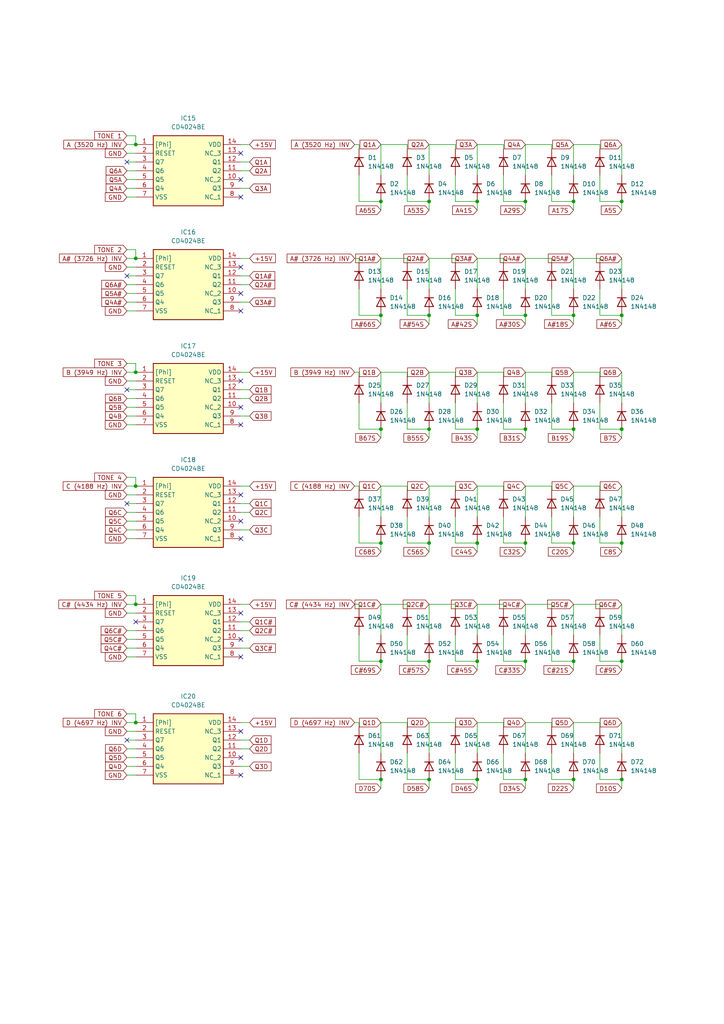
<source format=kicad_sch>
(kicad_sch (version 20230121) (generator eeschema)
  (paper "A4" portrait)
  (junction (at 152.4 226.06))
  (junction (at 39.37 140.97))
  (junction (at 180.34 226.06))
  (junction (at 138.43 226.06))
  (junction (at 166.37 124.46))
  (junction (at 180.34 157.48))
  (junction (at 166.37 58.42))
  (junction (at 124.46 191.77))
  (junction (at 110.49 191.77))
  (junction (at 124.46 124.46))
  (junction (at 138.43 91.44))
  (junction (at 180.34 91.44))
  (junction (at 138.43 58.42))
  (junction (at 138.43 191.77))
  (junction (at 124.46 58.42))
  (junction (at 39.37 74.93))
  (junction (at 180.34 58.42))
  (junction (at 180.34 191.77))
  (junction (at 166.37 91.44))
  (junction (at 124.46 157.48))
  (junction (at 124.46 226.06))
  (junction (at 166.37 226.06))
  (junction (at 110.49 91.44))
  (junction (at 39.37 107.95))
  (junction (at 110.49 124.46))
  (junction (at 110.49 226.06))
  (junction (at 152.4 191.77))
  (junction (at 39.37 209.55))
  (junction (at 152.4 91.44))
  (junction (at 110.49 58.42))
  (junction (at 110.49 157.48))
  (junction (at 152.4 58.42))
  (junction (at 180.34 124.46))
  (junction (at 166.37 191.77))
  (junction (at 39.37 41.91))
  (junction (at 166.37 157.48))
  (junction (at 152.4 157.48))
  (junction (at 138.43 157.48))
  (junction (at 138.43 124.46))
  (junction (at 124.46 91.44))
  (junction (at 152.4 124.46))
  (junction (at 39.37 175.26))
  (no_connect (at 69.85 110.49))
  (no_connect (at 36.83 214.63))
  (no_connect (at 69.85 177.8))
  (no_connect (at 69.85 118.11))
  (no_connect (at 69.85 52.07))
  (no_connect (at 69.85 151.13))
  (no_connect (at 69.85 57.15))
  (no_connect (at 69.85 90.17))
  (no_connect (at 36.83 80.01))
  (no_connect (at 36.83 46.99))
  (no_connect (at 69.85 85.09))
  (no_connect (at 69.85 212.09))
  (no_connect (at 69.85 44.45))
  (no_connect (at 39.37 180.34))
  (no_connect (at 36.83 146.05))
  (no_connect (at 36.83 113.03))
  (no_connect (at 69.85 185.42))
  (no_connect (at 69.85 156.21))
  (no_connect (at 69.85 219.71))
  (no_connect (at 69.85 143.51))
  (no_connect (at 69.85 224.79))
  (no_connect (at 69.85 190.5))
  (no_connect (at 69.85 77.47))
  (no_connect (at 69.85 123.19))
  (wire (pts (xy 146.05 218.44) (xy 146.05 226.06)))
  (wire (pts (xy 36.83 57.15) (xy 39.37 57.15)))
  (wire (pts (xy 160.02 91.44) (xy 166.37 91.44)))
  (wire (pts (xy 124.46 107.95) (xy 132.08 107.95)))
  (wire (pts (xy 110.49 74.93) (xy 118.11 74.93)))
  (wire (pts (xy 72.39 180.34) (xy 69.85 180.34)))
  (wire (pts (xy 36.83 175.26) (xy 39.37 175.26)))
  (wire (pts (xy 180.34 124.46) (xy 180.34 127)))
  (wire (pts (xy 166.37 226.06) (xy 166.37 228.6)))
  (wire (pts (xy 124.46 209.55) (xy 124.46 218.44)))
  (wire (pts (xy 36.83 105.41) (xy 39.37 105.41)))
  (wire (pts (xy 173.99 226.06) (xy 180.34 226.06)))
  (wire (pts (xy 166.37 175.26) (xy 173.99 175.26)))
  (wire (pts (xy 36.83 219.71) (xy 39.37 219.71)))
  (wire (pts (xy 36.83 82.55) (xy 39.37 82.55)))
  (wire (pts (xy 138.43 209.55) (xy 138.43 218.44)))
  (wire (pts (xy 132.08 91.44) (xy 138.43 91.44)))
  (wire (pts (xy 72.39 54.61) (xy 69.85 54.61)))
  (wire (pts (xy 36.83 209.55) (xy 39.37 209.55)))
  (wire (pts (xy 39.37 39.37) (xy 39.37 41.91)))
  (wire (pts (xy 36.83 118.11) (xy 39.37 118.11)))
  (wire (pts (xy 110.49 58.42) (xy 110.49 60.96)))
  (wire (pts (xy 173.99 140.97) (xy 173.99 142.24)))
  (wire (pts (xy 138.43 107.95) (xy 138.43 116.84)))
  (wire (pts (xy 72.39 74.93) (xy 69.85 74.93)))
  (wire (pts (xy 173.99 83.82) (xy 173.99 91.44)))
  (wire (pts (xy 180.34 140.97) (xy 180.34 149.86)))
  (wire (pts (xy 110.49 140.97) (xy 118.11 140.97)))
  (wire (pts (xy 180.34 41.91) (xy 180.34 50.8)))
  (wire (pts (xy 118.11 50.8) (xy 118.11 58.42)))
  (wire (pts (xy 146.05 41.91) (xy 146.05 43.18)))
  (wire (pts (xy 36.83 52.07) (xy 39.37 52.07)))
  (wire (pts (xy 166.37 157.48) (xy 166.37 160.02)))
  (wire (pts (xy 72.39 113.03) (xy 69.85 113.03)))
  (wire (pts (xy 160.02 124.46) (xy 166.37 124.46)))
  (wire (pts (xy 102.87 107.95) (xy 104.14 107.95)))
  (wire (pts (xy 132.08 83.82) (xy 132.08 91.44)))
  (wire (pts (xy 173.99 41.91) (xy 173.99 43.18)))
  (wire (pts (xy 118.11 91.44) (xy 124.46 91.44)))
  (wire (pts (xy 110.49 91.44) (xy 110.49 93.98)))
  (wire (pts (xy 173.99 91.44) (xy 180.34 91.44)))
  (wire (pts (xy 152.4 58.42) (xy 152.4 60.96)))
  (wire (pts (xy 132.08 50.8) (xy 132.08 58.42)))
  (wire (pts (xy 138.43 41.91) (xy 146.05 41.91)))
  (wire (pts (xy 72.39 187.96) (xy 69.85 187.96)))
  (wire (pts (xy 118.11 124.46) (xy 124.46 124.46)))
  (wire (pts (xy 72.39 217.17) (xy 69.85 217.17)))
  (wire (pts (xy 124.46 124.46) (xy 124.46 127)))
  (wire (pts (xy 180.34 107.95) (xy 180.34 116.84)))
  (wire (pts (xy 152.4 140.97) (xy 160.02 140.97)))
  (wire (pts (xy 124.46 209.55) (xy 132.08 209.55)))
  (wire (pts (xy 160.02 209.55) (xy 160.02 210.82)))
  (wire (pts (xy 166.37 41.91) (xy 166.37 50.8)))
  (wire (pts (xy 104.14 83.82) (xy 104.14 91.44)))
  (wire (pts (xy 104.14 209.55) (xy 104.14 210.82)))
  (wire (pts (xy 138.43 74.93) (xy 138.43 83.82)))
  (wire (pts (xy 39.37 172.72) (xy 39.37 175.26)))
  (wire (pts (xy 138.43 175.26) (xy 146.05 175.26)))
  (wire (pts (xy 132.08 226.06) (xy 138.43 226.06)))
  (wire (pts (xy 180.34 209.55) (xy 180.34 218.44)))
  (wire (pts (xy 132.08 41.91) (xy 132.08 43.18)))
  (wire (pts (xy 173.99 175.26) (xy 173.99 176.53)))
  (wire (pts (xy 132.08 74.93) (xy 132.08 76.2)))
  (wire (pts (xy 146.05 149.86) (xy 146.05 157.48)))
  (wire (pts (xy 132.08 218.44) (xy 132.08 226.06)))
  (wire (pts (xy 160.02 140.97) (xy 160.02 142.24)))
  (wire (pts (xy 124.46 157.48) (xy 124.46 160.02)))
  (wire (pts (xy 104.14 175.26) (xy 104.14 176.53)))
  (wire (pts (xy 152.4 157.48) (xy 152.4 160.02)))
  (wire (pts (xy 124.46 140.97) (xy 124.46 149.86)))
  (wire (pts (xy 36.83 74.93) (xy 39.37 74.93)))
  (wire (pts (xy 166.37 124.46) (xy 166.37 127)))
  (wire (pts (xy 146.05 83.82) (xy 146.05 91.44)))
  (wire (pts (xy 104.14 124.46) (xy 110.49 124.46)))
  (wire (pts (xy 138.43 191.77) (xy 138.43 194.31)))
  (wire (pts (xy 166.37 209.55) (xy 173.99 209.55)))
  (wire (pts (xy 102.87 209.55) (xy 104.14 209.55)))
  (wire (pts (xy 110.49 140.97) (xy 110.49 149.86)))
  (wire (pts (xy 166.37 74.93) (xy 173.99 74.93)))
  (wire (pts (xy 36.83 49.53) (xy 39.37 49.53)))
  (wire (pts (xy 104.14 184.15) (xy 104.14 191.77)))
  (wire (pts (xy 152.4 41.91) (xy 152.4 50.8)))
  (wire (pts (xy 160.02 83.82) (xy 160.02 91.44)))
  (wire (pts (xy 124.46 175.26) (xy 124.46 184.15)))
  (wire (pts (xy 118.11 218.44) (xy 118.11 226.06)))
  (wire (pts (xy 173.99 124.46) (xy 180.34 124.46)))
  (wire (pts (xy 118.11 41.91) (xy 118.11 43.18)))
  (wire (pts (xy 36.83 72.39) (xy 39.37 72.39)))
  (wire (pts (xy 146.05 175.26) (xy 146.05 176.53)))
  (wire (pts (xy 36.83 217.17) (xy 39.37 217.17)))
  (wire (pts (xy 104.14 157.48) (xy 110.49 157.48)))
  (wire (pts (xy 36.83 190.5) (xy 39.37 190.5)))
  (wire (pts (xy 180.34 175.26) (xy 180.34 184.15)))
  (wire (pts (xy 173.99 58.42) (xy 180.34 58.42)))
  (wire (pts (xy 72.39 209.55) (xy 69.85 209.55)))
  (wire (pts (xy 36.83 110.49) (xy 39.37 110.49)))
  (wire (pts (xy 72.39 222.25) (xy 69.85 222.25)))
  (wire (pts (xy 146.05 191.77) (xy 152.4 191.77)))
  (wire (pts (xy 152.4 41.91) (xy 160.02 41.91)))
  (wire (pts (xy 138.43 175.26) (xy 138.43 184.15)))
  (wire (pts (xy 36.83 214.63) (xy 39.37 214.63)))
  (wire (pts (xy 118.11 175.26) (xy 118.11 176.53)))
  (wire (pts (xy 118.11 140.97) (xy 118.11 142.24)))
  (wire (pts (xy 110.49 191.77) (xy 110.49 194.31)))
  (wire (pts (xy 72.39 87.63) (xy 69.85 87.63)))
  (wire (pts (xy 146.05 140.97) (xy 146.05 142.24)))
  (wire (pts (xy 132.08 140.97) (xy 132.08 142.24)))
  (wire (pts (xy 118.11 58.42) (xy 124.46 58.42)))
  (wire (pts (xy 36.83 172.72) (xy 39.37 172.72)))
  (wire (pts (xy 72.39 120.65) (xy 69.85 120.65)))
  (wire (pts (xy 36.83 207.01) (xy 39.37 207.01)))
  (wire (pts (xy 138.43 140.97) (xy 146.05 140.97)))
  (wire (pts (xy 36.83 148.59) (xy 39.37 148.59)))
  (wire (pts (xy 36.83 46.99) (xy 39.37 46.99)))
  (wire (pts (xy 36.83 113.03) (xy 39.37 113.03)))
  (wire (pts (xy 138.43 58.42) (xy 138.43 60.96)))
  (wire (pts (xy 118.11 191.77) (xy 124.46 191.77)))
  (wire (pts (xy 36.83 224.79) (xy 39.37 224.79)))
  (wire (pts (xy 72.39 140.97) (xy 69.85 140.97)))
  (wire (pts (xy 166.37 41.91) (xy 173.99 41.91)))
  (wire (pts (xy 160.02 50.8) (xy 160.02 58.42)))
  (wire (pts (xy 124.46 74.93) (xy 124.46 83.82)))
  (wire (pts (xy 180.34 157.48) (xy 180.34 160.02)))
  (wire (pts (xy 72.39 107.95) (xy 69.85 107.95)))
  (wire (pts (xy 166.37 107.95) (xy 173.99 107.95)))
  (wire (pts (xy 173.99 191.77) (xy 180.34 191.77)))
  (wire (pts (xy 160.02 107.95) (xy 160.02 109.22)))
  (wire (pts (xy 132.08 116.84) (xy 132.08 124.46)))
  (wire (pts (xy 118.11 184.15) (xy 118.11 191.77)))
  (wire (pts (xy 104.14 74.93) (xy 104.14 76.2)))
  (wire (pts (xy 166.37 91.44) (xy 166.37 93.98)))
  (wire (pts (xy 36.83 41.91) (xy 39.37 41.91)))
  (wire (pts (xy 36.83 44.45) (xy 39.37 44.45)))
  (wire (pts (xy 110.49 157.48) (xy 110.49 160.02)))
  (wire (pts (xy 146.05 58.42) (xy 152.4 58.42)))
  (wire (pts (xy 132.08 209.55) (xy 132.08 210.82)))
  (wire (pts (xy 146.05 226.06) (xy 152.4 226.06)))
  (wire (pts (xy 104.14 91.44) (xy 110.49 91.44)))
  (wire (pts (xy 138.43 41.91) (xy 138.43 50.8)))
  (wire (pts (xy 180.34 58.42) (xy 180.34 60.96)))
  (wire (pts (xy 36.83 107.95) (xy 39.37 107.95)))
  (wire (pts (xy 160.02 116.84) (xy 160.02 124.46)))
  (wire (pts (xy 146.05 107.95) (xy 146.05 109.22)))
  (wire (pts (xy 104.14 140.97) (xy 104.14 142.24)))
  (wire (pts (xy 36.83 222.25) (xy 39.37 222.25)))
  (wire (pts (xy 36.83 123.19) (xy 39.37 123.19)))
  (wire (pts (xy 146.05 157.48) (xy 152.4 157.48)))
  (wire (pts (xy 39.37 72.39) (xy 39.37 74.93)))
  (wire (pts (xy 102.87 41.91) (xy 104.14 41.91)))
  (wire (pts (xy 104.14 191.77) (xy 110.49 191.77)))
  (wire (pts (xy 152.4 191.77) (xy 152.4 194.31)))
  (wire (pts (xy 102.87 74.93) (xy 104.14 74.93)))
  (wire (pts (xy 110.49 41.91) (xy 118.11 41.91)))
  (wire (pts (xy 36.83 54.61) (xy 39.37 54.61)))
  (wire (pts (xy 72.39 175.26) (xy 69.85 175.26)))
  (wire (pts (xy 124.46 91.44) (xy 124.46 93.98)))
  (wire (pts (xy 118.11 83.82) (xy 118.11 91.44)))
  (wire (pts (xy 36.83 187.96) (xy 39.37 187.96)))
  (wire (pts (xy 152.4 226.06) (xy 152.4 228.6)))
  (wire (pts (xy 39.37 105.41) (xy 39.37 107.95)))
  (wire (pts (xy 72.39 82.55) (xy 69.85 82.55)))
  (wire (pts (xy 124.46 107.95) (xy 124.46 116.84)))
  (wire (pts (xy 138.43 91.44) (xy 138.43 93.98)))
  (wire (pts (xy 166.37 140.97) (xy 173.99 140.97)))
  (wire (pts (xy 152.4 107.95) (xy 152.4 116.84)))
  (wire (pts (xy 166.37 140.97) (xy 166.37 149.86)))
  (wire (pts (xy 152.4 74.93) (xy 160.02 74.93)))
  (wire (pts (xy 72.39 80.01) (xy 69.85 80.01)))
  (wire (pts (xy 36.83 138.43) (xy 39.37 138.43)))
  (wire (pts (xy 39.37 138.43) (xy 39.37 140.97)))
  (wire (pts (xy 118.11 226.06) (xy 124.46 226.06)))
  (wire (pts (xy 36.83 87.63) (xy 39.37 87.63)))
  (wire (pts (xy 138.43 107.95) (xy 146.05 107.95)))
  (wire (pts (xy 173.99 50.8) (xy 173.99 58.42)))
  (wire (pts (xy 118.11 149.86) (xy 118.11 157.48)))
  (wire (pts (xy 132.08 191.77) (xy 138.43 191.77)))
  (wire (pts (xy 152.4 175.26) (xy 152.4 184.15)))
  (wire (pts (xy 132.08 184.15) (xy 132.08 191.77)))
  (wire (pts (xy 104.14 107.95) (xy 104.14 109.22)))
  (wire (pts (xy 152.4 140.97) (xy 152.4 149.86)))
  (wire (pts (xy 132.08 175.26) (xy 132.08 176.53)))
  (wire (pts (xy 132.08 124.46) (xy 138.43 124.46)))
  (wire (pts (xy 36.83 156.21) (xy 39.37 156.21)))
  (wire (pts (xy 124.46 175.26) (xy 132.08 175.26)))
  (wire (pts (xy 166.37 107.95) (xy 166.37 116.84)))
  (wire (pts (xy 166.37 175.26) (xy 166.37 184.15)))
  (wire (pts (xy 36.83 146.05) (xy 39.37 146.05)))
  (wire (pts (xy 110.49 107.95) (xy 110.49 116.84)))
  (wire (pts (xy 132.08 157.48) (xy 138.43 157.48)))
  (wire (pts (xy 36.83 153.67) (xy 39.37 153.67)))
  (wire (pts (xy 152.4 209.55) (xy 152.4 218.44)))
  (wire (pts (xy 110.49 107.95) (xy 118.11 107.95)))
  (wire (pts (xy 36.83 80.01) (xy 39.37 80.01)))
  (wire (pts (xy 152.4 91.44) (xy 152.4 93.98)))
  (wire (pts (xy 132.08 149.86) (xy 132.08 157.48)))
  (wire (pts (xy 138.43 226.06) (xy 138.43 228.6)))
  (wire (pts (xy 118.11 157.48) (xy 124.46 157.48)))
  (wire (pts (xy 124.46 226.06) (xy 124.46 228.6)))
  (wire (pts (xy 72.39 182.88) (xy 69.85 182.88)))
  (wire (pts (xy 104.14 226.06) (xy 110.49 226.06)))
  (wire (pts (xy 36.83 39.37) (xy 39.37 39.37)))
  (wire (pts (xy 72.39 148.59) (xy 69.85 148.59)))
  (wire (pts (xy 152.4 175.26) (xy 160.02 175.26)))
  (wire (pts (xy 138.43 209.55) (xy 146.05 209.55)))
  (wire (pts (xy 180.34 226.06) (xy 180.34 228.6)))
  (wire (pts (xy 36.83 90.17) (xy 39.37 90.17)))
  (wire (pts (xy 102.87 140.97) (xy 104.14 140.97)))
  (wire (pts (xy 146.05 91.44) (xy 152.4 91.44)))
  (wire (pts (xy 36.83 185.42) (xy 39.37 185.42)))
  (wire (pts (xy 110.49 175.26) (xy 118.11 175.26)))
  (wire (pts (xy 173.99 149.86) (xy 173.99 157.48)))
  (wire (pts (xy 104.14 116.84) (xy 104.14 124.46)))
  (wire (pts (xy 138.43 74.93) (xy 146.05 74.93)))
  (wire (pts (xy 72.39 115.57) (xy 69.85 115.57)))
  (wire (pts (xy 152.4 124.46) (xy 152.4 127)))
  (wire (pts (xy 104.14 149.86) (xy 104.14 157.48)))
  (wire (pts (xy 132.08 107.95) (xy 132.08 109.22)))
  (wire (pts (xy 180.34 91.44) (xy 180.34 93.98)))
  (wire (pts (xy 138.43 157.48) (xy 138.43 160.02)))
  (wire (pts (xy 146.05 184.15) (xy 146.05 191.77)))
  (wire (pts (xy 146.05 50.8) (xy 146.05 58.42)))
  (wire (pts (xy 118.11 209.55) (xy 118.11 210.82)))
  (wire (pts (xy 138.43 140.97) (xy 138.43 149.86)))
  (wire (pts (xy 36.83 177.8) (xy 39.37 177.8)))
  (wire (pts (xy 173.99 218.44) (xy 173.99 226.06)))
  (wire (pts (xy 72.39 46.99) (xy 69.85 46.99)))
  (wire (pts (xy 118.11 116.84) (xy 118.11 124.46)))
  (wire (pts (xy 166.37 58.42) (xy 166.37 60.96)))
  (wire (pts (xy 124.46 191.77) (xy 124.46 194.31)))
  (wire (pts (xy 110.49 41.91) (xy 110.49 50.8)))
  (wire (pts (xy 36.83 140.97) (xy 39.37 140.97)))
  (wire (pts (xy 36.83 143.51) (xy 39.37 143.51)))
  (wire (pts (xy 36.83 120.65) (xy 39.37 120.65)))
  (wire (pts (xy 146.05 209.55) (xy 146.05 210.82)))
  (wire (pts (xy 138.43 124.46) (xy 138.43 127)))
  (wire (pts (xy 146.05 124.46) (xy 152.4 124.46)))
  (wire (pts (xy 110.49 175.26) (xy 110.49 184.15)))
  (wire (pts (xy 39.37 207.01) (xy 39.37 209.55)))
  (wire (pts (xy 36.83 115.57) (xy 39.37 115.57)))
  (wire (pts (xy 160.02 184.15) (xy 160.02 191.77)))
  (wire (pts (xy 72.39 153.67) (xy 69.85 153.67)))
  (wire (pts (xy 173.99 107.95) (xy 173.99 109.22)))
  (wire (pts (xy 160.02 157.48) (xy 166.37 157.48)))
  (wire (pts (xy 36.83 77.47) (xy 39.37 77.47)))
  (wire (pts (xy 124.46 41.91) (xy 124.46 50.8)))
  (wire (pts (xy 160.02 175.26) (xy 160.02 176.53)))
  (wire (pts (xy 146.05 116.84) (xy 146.05 124.46)))
  (wire (pts (xy 173.99 184.15) (xy 173.99 191.77)))
  (wire (pts (xy 110.49 74.93) (xy 110.49 83.82)))
  (wire (pts (xy 110.49 209.55) (xy 110.49 218.44)))
  (wire (pts (xy 152.4 107.95) (xy 160.02 107.95)))
  (wire (pts (xy 104.14 50.8) (xy 104.14 58.42)))
  (wire (pts (xy 72.39 49.53) (xy 69.85 49.53)))
  (wire (pts (xy 72.39 146.05) (xy 69.85 146.05)))
  (wire (pts (xy 110.49 124.46) (xy 110.49 127)))
  (wire (pts (xy 124.46 58.42) (xy 124.46 60.96)))
  (wire (pts (xy 160.02 149.86) (xy 160.02 157.48)))
  (wire (pts (xy 173.99 157.48) (xy 180.34 157.48)))
  (wire (pts (xy 160.02 74.93) (xy 160.02 76.2)))
  (wire (pts (xy 124.46 140.97) (xy 132.08 140.97)))
  (wire (pts (xy 36.83 212.09) (xy 39.37 212.09)))
  (wire (pts (xy 160.02 226.06) (xy 166.37 226.06)))
  (wire (pts (xy 132.08 58.42) (xy 138.43 58.42)))
  (wire (pts (xy 118.11 107.95) (xy 118.11 109.22)))
  (wire (pts (xy 110.49 209.55) (xy 118.11 209.55)))
  (wire (pts (xy 104.14 58.42) (xy 110.49 58.42)))
  (wire (pts (xy 166.37 191.77) (xy 166.37 194.31)))
  (wire (pts (xy 152.4 74.93) (xy 152.4 83.82)))
  (wire (pts (xy 124.46 74.93) (xy 132.08 74.93)))
  (wire (pts (xy 180.34 191.77) (xy 180.34 194.31)))
  (wire (pts (xy 173.99 74.93) (xy 173.99 76.2)))
  (wire (pts (xy 166.37 74.93) (xy 166.37 83.82)))
  (wire (pts (xy 160.02 218.44) (xy 160.02 226.06)))
  (wire (pts (xy 160.02 191.77) (xy 166.37 191.77)))
  (wire (pts (xy 110.49 226.06) (xy 110.49 228.6)))
  (wire (pts (xy 118.11 74.93) (xy 118.11 76.2)))
  (wire (pts (xy 146.05 74.93) (xy 146.05 76.2)))
  (wire (pts (xy 72.39 41.91) (xy 69.85 41.91)))
  (wire (pts (xy 72.39 214.63) (xy 69.85 214.63)))
  (wire (pts (xy 102.87 175.26) (xy 104.14 175.26)))
  (wire (pts (xy 160.02 58.42) (xy 166.37 58.42)))
  (wire (pts (xy 173.99 116.84) (xy 173.99 124.46)))
  (wire (pts (xy 166.37 209.55) (xy 166.37 218.44)))
  (wire (pts (xy 124.46 41.91) (xy 132.08 41.91)))
  (wire (pts (xy 104.14 41.91) (xy 104.14 43.18)))
  (wire (pts (xy 36.83 85.09) (xy 39.37 85.09)))
  (wire (pts (xy 36.83 151.13) (xy 39.37 151.13)))
  (wire (pts (xy 160.02 41.91) (xy 160.02 43.18)))
  (wire (pts (xy 36.83 182.88) (xy 39.37 182.88)))
  (wire (pts (xy 180.34 74.93) (xy 180.34 83.82)))
  (wire (pts (xy 104.14 218.44) (xy 104.14 226.06)))
  (wire (pts (xy 173.99 209.55) (xy 173.99 210.82)))
  (wire (pts (xy 152.4 209.55) (xy 160.02 209.55)))
  (global_label "Q1D" (shape input) (at 110.49 209.55 180) (property "Intersheetrefs" "${INTERSHEET_REFS}" (effects hide)))
  (global_label "+15V" (shape input) (at 72.39 107.95 0) (property "Intersheetrefs" "${INTERSHEET_REFS}" (effects hide)))
  (global_label "Q2C" (shape input) (at 72.39 148.59 0) (property "Intersheetrefs" "${INTERSHEET_REFS}" (effects hide)))
  (global_label "Q1A#" (shape input) (at 72.39 80.01 0) (property "Intersheetrefs" "${INTERSHEET_REFS}" (effects hide)))
  (global_label "Q1A" (shape input) (at 72.39 46.99 0) (property "Intersheetrefs" "${INTERSHEET_REFS}" (effects hide)))
  (global_label "C (4188 Hz) INV" (shape input) (at 102.87 140.97 180) (property "Intersheetrefs" "${INTERSHEET_REFS}" (effects hide)))
  (global_label "Q2D" (shape input) (at 72.39 217.17 0) (property "Intersheetrefs" "${INTERSHEET_REFS}" (effects hide)))
  (global_label "B31S" (shape input) (at 152.4 127 180) (property "Intersheetrefs" "${INTERSHEET_REFS}" (effects hide)))
  (global_label "Q2C#" (shape input) (at 124.46 175.26 180) (property "Intersheetrefs" "${INTERSHEET_REFS}" (effects hide)))
  (global_label "Q1B" (shape input) (at 72.39 113.03 0) (property "Intersheetrefs" "${INTERSHEET_REFS}" (effects hide)))
  (global_label "Q5A#" (shape input) (at 166.37 74.93 180) (property "Intersheetrefs" "${INTERSHEET_REFS}" (effects hide)))
  (global_label "Q6A" (shape input) (at 180.34 41.91 180) (property "Intersheetrefs" "${INTERSHEET_REFS}" (effects hide)))
  (global_label "Q3B" (shape input) (at 72.39 120.65 0) (property "Intersheetrefs" "${INTERSHEET_REFS}" (effects hide)))
  (global_label "C#45S" (shape input) (at 138.43 194.31 180) (property "Intersheetrefs" "${INTERSHEET_REFS}" (effects hide)))
  (global_label "Q5D" (shape input) (at 36.83 219.71 180) (property "Intersheetrefs" "${INTERSHEET_REFS}" (effects hide)))
  (global_label "Q4B" (shape input) (at 36.83 120.65 180) (property "Intersheetrefs" "${INTERSHEET_REFS}" (effects hide)))
  (global_label "GND" (shape input) (at 36.83 177.8 180) (property "Intersheetrefs" "${INTERSHEET_REFS}" (effects hide)))
  (global_label "Q4A#" (shape input) (at 152.4 74.93 180) (property "Intersheetrefs" "${INTERSHEET_REFS}" (effects hide)))
  (global_label "C44S" (shape input) (at 138.43 160.02 180) (property "Intersheetrefs" "${INTERSHEET_REFS}" (effects hide)))
  (global_label "Q3C#" (shape input) (at 72.39 187.96 0) (property "Intersheetrefs" "${INTERSHEET_REFS}" (effects hide)))
  (global_label "Q5C#" (shape input) (at 166.37 175.26 180) (property "Intersheetrefs" "${INTERSHEET_REFS}" (effects hide)))
  (global_label "Q1C" (shape input) (at 110.49 140.97 180) (property "Intersheetrefs" "${INTERSHEET_REFS}" (effects hide)))
  (global_label "D46S" (shape input) (at 138.43 228.6 180) (property "Intersheetrefs" "${INTERSHEET_REFS}" (effects hide)))
  (global_label "D (4697 Hz) INV" (shape input) (at 36.83 209.55 180) (property "Intersheetrefs" "${INTERSHEET_REFS}" (effects hide)))
  (global_label "Q2B" (shape input) (at 72.39 115.57 0) (property "Intersheetrefs" "${INTERSHEET_REFS}" (effects hide)))
  (global_label "Q1C" (shape input) (at 72.39 146.05 0) (property "Intersheetrefs" "${INTERSHEET_REFS}" (effects hide)))
  (global_label "C#9S" (shape input) (at 180.34 194.31 180) (property "Intersheetrefs" "${INTERSHEET_REFS}" (effects hide)))
  (global_label "GND" (shape input) (at 36.83 57.15 180) (property "Intersheetrefs" "${INTERSHEET_REFS}" (effects hide)))
  (global_label "Q6A#" (shape input) (at 180.34 74.93 180) (property "Intersheetrefs" "${INTERSHEET_REFS}" (effects hide)))
  (global_label "TONE 2" (shape input) (at 36.83 72.39 180) (property "Intersheetrefs" "${INTERSHEET_REFS}" (effects hide)))
  (global_label "+15V" (shape input) (at 72.39 41.91 0) (property "Intersheetrefs" "${INTERSHEET_REFS}" (effects hide)))
  (global_label "A (3520 Hz) INV" (shape input) (at 102.87 41.91 180) (property "Intersheetrefs" "${INTERSHEET_REFS}" (effects hide)))
  (global_label "C56S" (shape input) (at 124.46 160.02 180) (property "Intersheetrefs" "${INTERSHEET_REFS}" (effects hide)))
  (global_label "Q4B" (shape input) (at 152.4 107.95 180) (property "Intersheetrefs" "${INTERSHEET_REFS}" (effects hide)))
  (global_label "TONE 3" (shape input) (at 36.83 105.41 180) (property "Intersheetrefs" "${INTERSHEET_REFS}" (effects hide)))
  (global_label "Q3C" (shape input) (at 138.43 140.97 180) (property "Intersheetrefs" "${INTERSHEET_REFS}" (effects hide)))
  (global_label "Q3C#" (shape input) (at 138.43 175.26 180) (property "Intersheetrefs" "${INTERSHEET_REFS}" (effects hide)))
  (global_label "C#69S" (shape input) (at 110.49 194.31 180) (property "Intersheetrefs" "${INTERSHEET_REFS}" (effects hide)))
  (global_label "GND" (shape input) (at 36.83 77.47 180) (property "Intersheetrefs" "${INTERSHEET_REFS}" (effects hide)))
  (global_label "A#6S" (shape input) (at 180.34 93.98 180) (property "Intersheetrefs" "${INTERSHEET_REFS}" (effects hide)))
  (global_label "D58S" (shape input) (at 124.46 228.6 180) (property "Intersheetrefs" "${INTERSHEET_REFS}" (effects hide)))
  (global_label "Q3A" (shape input) (at 138.43 41.91 180) (property "Intersheetrefs" "${INTERSHEET_REFS}" (effects hide)))
  (global_label "Q2A" (shape input) (at 72.39 49.53 0) (property "Intersheetrefs" "${INTERSHEET_REFS}" (effects hide)))
  (global_label "GND" (shape input) (at 36.83 156.21 180) (property "Intersheetrefs" "${INTERSHEET_REFS}" (effects hide)))
  (global_label "Q3D" (shape input) (at 138.43 209.55 180) (property "Intersheetrefs" "${INTERSHEET_REFS}" (effects hide)))
  (global_label "TONE 1" (shape input) (at 36.83 39.37 180) (property "Intersheetrefs" "${INTERSHEET_REFS}" (effects hide)))
  (global_label "C#57S" (shape input) (at 124.46 194.31 180) (property "Intersheetrefs" "${INTERSHEET_REFS}" (effects hide)))
  (global_label "Q5B" (shape input) (at 166.37 107.95 180) (property "Intersheetrefs" "${INTERSHEET_REFS}" (effects hide)))
  (global_label "Q6A" (shape input) (at 36.83 49.53 180) (property "Intersheetrefs" "${INTERSHEET_REFS}" (effects hide)))
  (global_label "A#66S" (shape input) (at 110.49 93.98 180) (property "Intersheetrefs" "${INTERSHEET_REFS}" (effects hide)))
  (global_label "Q6C" (shape input) (at 180.34 140.97 180) (property "Intersheetrefs" "${INTERSHEET_REFS}" (effects hide)))
  (global_label "Q5A" (shape input) (at 36.83 52.07 180) (property "Intersheetrefs" "${INTERSHEET_REFS}" (effects hide)))
  (global_label "Q1A" (shape input) (at 110.49 41.91 180) (property "Intersheetrefs" "${INTERSHEET_REFS}" (effects hide)))
  (global_label "Q3A#" (shape input) (at 72.39 87.63 0) (property "Intersheetrefs" "${INTERSHEET_REFS}" (effects hide)))
  (global_label "B19S" (shape input) (at 166.37 127 180) (property "Intersheetrefs" "${INTERSHEET_REFS}" (effects hide)))
  (global_label "Q2B" (shape input) (at 124.46 107.95 180) (property "Intersheetrefs" "${INTERSHEET_REFS}" (effects hide)))
  (global_label "B55S" (shape input) (at 124.46 127 180) (property "Intersheetrefs" "${INTERSHEET_REFS}" (effects hide)))
  (global_label "Q2C" (shape input) (at 124.46 140.97 180) (property "Intersheetrefs" "${INTERSHEET_REFS}" (effects hide)))
  (global_label "A# (3726 Hz) INV" (shape input) (at 102.87 74.93 180) (property "Intersheetrefs" "${INTERSHEET_REFS}" (effects hide)))
  (global_label "C68S" (shape input) (at 110.49 160.02 180) (property "Intersheetrefs" "${INTERSHEET_REFS}" (effects hide)))
  (global_label "Q6C#" (shape input) (at 180.34 175.26 180) (property "Intersheetrefs" "${INTERSHEET_REFS}" (effects hide)))
  (global_label "A29S" (shape input) (at 152.4 60.96 180) (property "Intersheetrefs" "${INTERSHEET_REFS}" (effects hide)))
  (global_label "Q3D" (shape input) (at 72.39 222.25 0) (property "Intersheetrefs" "${INTERSHEET_REFS}" (effects hide)))
  (global_label "Q6A#" (shape input) (at 36.83 82.55 180) (property "Intersheetrefs" "${INTERSHEET_REFS}" (effects hide)))
  (global_label "TONE 5" (shape input) (at 36.83 172.72 180) (property "Intersheetrefs" "${INTERSHEET_REFS}" (effects hide)))
  (global_label "Q2D" (shape input) (at 124.46 209.55 180) (property "Intersheetrefs" "${INTERSHEET_REFS}" (effects hide)))
  (global_label "Q4C#" (shape input) (at 152.4 175.26 180) (property "Intersheetrefs" "${INTERSHEET_REFS}" (effects hide)))
  (global_label "Q6C" (shape input) (at 36.83 148.59 180) (property "Intersheetrefs" "${INTERSHEET_REFS}" (effects hide)))
  (global_label "Q6D" (shape input) (at 36.83 217.17 180) (property "Intersheetrefs" "${INTERSHEET_REFS}" (effects hide)))
  (global_label "D (4697 Hz) INV" (shape input) (at 102.87 209.55 180) (property "Intersheetrefs" "${INTERSHEET_REFS}" (effects hide)))
  (global_label "Q6B" (shape input) (at 180.34 107.95 180) (property "Intersheetrefs" "${INTERSHEET_REFS}" (effects hide)))
  (global_label "C# (4434 Hz) INV" (shape input) (at 36.83 175.26 180) (property "Intersheetrefs" "${INTERSHEET_REFS}" (effects hide)))
  (global_label "A41S" (shape input) (at 138.43 60.96 180) (property "Intersheetrefs" "${INTERSHEET_REFS}" (effects hide)))
  (global_label "GND" (shape input) (at 36.83 190.5 180) (property "Intersheetrefs" "${INTERSHEET_REFS}" (effects hide)))
  (global_label "A#54S" (shape input) (at 124.46 93.98 180) (property "Intersheetrefs" "${INTERSHEET_REFS}" (effects hide)))
  (global_label "Q4C" (shape input) (at 36.83 153.67 180) (property "Intersheetrefs" "${INTERSHEET_REFS}" (effects hide)))
  (global_label "Q5C#" (shape input) (at 36.83 185.42 180) (property "Intersheetrefs" "${INTERSHEET_REFS}" (effects hide)))
  (global_label "Q6C#" (shape input) (at 36.83 182.88 180) (property "Intersheetrefs" "${INTERSHEET_REFS}" (effects hide)))
  (global_label "A#18S" (shape input) (at 166.37 93.98 180) (property "Intersheetrefs" "${INTERSHEET_REFS}" (effects hide)))
  (global_label "+15V" (shape input) (at 72.39 74.93 0) (property "Intersheetrefs" "${INTERSHEET_REFS}" (effects hide)))
  (global_label "A# (3726 Hz) INV" (shape input) (at 36.83 74.93 180) (property "Intersheetrefs" "${INTERSHEET_REFS}" (effects hide)))
  (global_label "Q1C#" (shape input) (at 72.39 180.34 0) (property "Intersheetrefs" "${INTERSHEET_REFS}" (effects hide)))
  (global_label "Q6D" (shape input) (at 180.34 209.55 180) (property "Intersheetrefs" "${INTERSHEET_REFS}" (effects hide)))
  (global_label "B7S" (shape input) (at 180.34 127 180) (property "Intersheetrefs" "${INTERSHEET_REFS}" (effects hide)))
  (global_label "Q5B" (shape input) (at 36.83 118.11 180) (property "Intersheetrefs" "${INTERSHEET_REFS}" (effects hide)))
  (global_label "Q4D" (shape input) (at 152.4 209.55 180) (property "Intersheetrefs" "${INTERSHEET_REFS}" (effects hide)))
  (global_label "Q5A#" (shape input) (at 36.83 85.09 180) (property "Intersheetrefs" "${INTERSHEET_REFS}" (effects hide)))
  (global_label "Q1D" (shape input) (at 72.39 214.63 0) (property "Intersheetrefs" "${INTERSHEET_REFS}" (effects hide)))
  (global_label "Q5C" (shape input) (at 166.37 140.97 180) (property "Intersheetrefs" "${INTERSHEET_REFS}" (effects hide)))
  (global_label "C#21S" (shape input) (at 166.37 194.31 180) (property "Intersheetrefs" "${INTERSHEET_REFS}" (effects hide)))
  (global_label "C# (4434 Hz) INV" (shape input) (at 102.87 175.26 180) (property "Intersheetrefs" "${INTERSHEET_REFS}" (effects hide)))
  (global_label "+15V" (shape input) (at 72.39 140.97 0) (property "Intersheetrefs" "${INTERSHEET_REFS}" (effects hide)))
  (global_label "Q1C#" (shape input) (at 110.49 175.26 180) (property "Intersheetrefs" "${INTERSHEET_REFS}" (effects hide)))
  (global_label "A53S" (shape input) (at 124.46 60.96 180) (property "Intersheetrefs" "${INTERSHEET_REFS}" (effects hide)))
  (global_label "Q5C" (shape input) (at 36.83 151.13 180) (property "Intersheetrefs" "${INTERSHEET_REFS}" (effects hide)))
  (global_label "A#30S" (shape input) (at 152.4 93.98 180) (property "Intersheetrefs" "${INTERSHEET_REFS}" (effects hide)))
  (global_label "B43S" (shape input) (at 138.43 127 180) (property "Intersheetrefs" "${INTERSHEET_REFS}" (effects hide)))
  (global_label "Q5A" (shape input) (at 166.37 41.91 180) (property "Intersheetrefs" "${INTERSHEET_REFS}" (effects hide)))
  (global_label "Q3B" (shape input) (at 138.43 107.95 180) (property "Intersheetrefs" "${INTERSHEET_REFS}" (effects hide)))
  (global_label "A17S" (shape input) (at 166.37 60.96 180) (property "Intersheetrefs" "${INTERSHEET_REFS}" (effects hide)))
  (global_label "GND" (shape input) (at 36.83 90.17 180) (property "Intersheetrefs" "${INTERSHEET_REFS}" (effects hide)))
  (global_label "GND" (shape input) (at 36.83 224.79 180) (property "Intersheetrefs" "${INTERSHEET_REFS}" (effects hide)))
  (global_label "+15V" (shape input) (at 72.39 209.55 0) (property "Intersheetrefs" "${INTERSHEET_REFS}" (effects hide)))
  (global_label "Q4D" (shape input) (at 36.83 222.25 180) (property "Intersheetrefs" "${INTERSHEET_REFS}" (effects hide)))
  (global_label "Q2A" (shape input) (at 124.46 41.91 180) (property "Intersheetrefs" "${INTERSHEET_REFS}" (effects hide)))
  (global_label "GND" (shape input) (at 36.83 143.51 180) (property "Intersheetrefs" "${INTERSHEET_REFS}" (effects hide)))
  (global_label "B (3949 Hz) INV" (shape input) (at 36.83 107.95 180) (property "Intersheetrefs" "${INTERSHEET_REFS}" (effects hide)))
  (global_label "Q3A" (shape input) (at 72.39 54.61 0) (property "Intersheetrefs" "${INTERSHEET_REFS}" (effects hide)))
  (global_label "A#42S" (shape input) (at 138.43 93.98 180) (property "Intersheetrefs" "${INTERSHEET_REFS}" (effects hide)))
  (global_label "C#33S" (shape input) (at 152.4 194.31 180) (property "Intersheetrefs" "${INTERSHEET_REFS}" (effects hide)))
  (global_label "D10S" (shape input) (at 180.34 228.6 180) (property "Intersheetrefs" "${INTERSHEET_REFS}" (effects hide)))
  (global_label "Q4C" (shape input) (at 152.4 140.97 180) (property "Intersheetrefs" "${INTERSHEET_REFS}" (effects hide)))
  (global_label "Q2C#" (shape input) (at 72.39 182.88 0) (property "Intersheetrefs" "${INTERSHEET_REFS}" (effects hide)))
  (global_label "Q1A#" (shape input) (at 110.49 74.93 180) (property "Intersheetrefs" "${INTERSHEET_REFS}" (effects hide)))
  (global_label "GND" (shape input) (at 36.83 110.49 180) (property "Intersheetrefs" "${INTERSHEET_REFS}" (effects hide)))
  (global_label "TONE 6" (shape input) (at 36.83 207.01 180) (property "Intersheetrefs" "${INTERSHEET_REFS}" (effects hide)))
  (global_label "Q3A#" (shape input) (at 138.43 74.93 180) (property "Intersheetrefs" "${INTERSHEET_REFS}" (effects hide)))
  (global_label "Q2A#" (shape input) (at 124.46 74.93 180) (property "Intersheetrefs" "${INTERSHEET_REFS}" (effects hide)))
  (global_label "B (3949 Hz) INV" (shape input) (at 102.87 107.95 180) (property "Intersheetrefs" "${INTERSHEET_REFS}" (effects hide)))
  (global_label "C (4188 Hz) INV" (shape input) (at 36.83 140.97 180) (property "Intersheetrefs" "${INTERSHEET_REFS}" (effects hide)))
  (global_label "Q4A" (shape input) (at 152.4 41.91 180) (property "Intersheetrefs" "${INTERSHEET_REFS}" (effects hide)))
  (global_label "D22S" (shape input) (at 166.37 228.6 180) (property "Intersheetrefs" "${INTERSHEET_REFS}" (effects hide)))
  (global_label "GND" (shape input) (at 36.83 44.45 180) (property "Intersheetrefs" "${INTERSHEET_REFS}" (effects hide)))
  (global_label "Q4A" (shape input) (at 36.83 54.61 180) (property "Intersheetrefs" "${INTERSHEET_REFS}" (effects hide)))
  (global_label "Q4A#" (shape input) (at 36.83 87.63 180) (property "Intersheetrefs" "${INTERSHEET_REFS}" (effects hide)))
  (global_label "GND" (shape input) (at 36.83 123.19 180) (property "Intersheetrefs" "${INTERSHEET_REFS}" (effects hide)))
  (global_label "B67S" (shape input) (at 110.49 127 180) (property "Intersheetrefs" "${INTERSHEET_REFS}" (effects hide)))
  (global_label "C20S" (shape input) (at 166.37 160.02 180) (property "Intersheetrefs" "${INTERSHEET_REFS}" (effects hide)))
  (global_label "A65S" (shape input) (at 110.49 60.96 180) (property "Intersheetrefs" "${INTERSHEET_REFS}" (effects hide)))
  (global_label "C8S" (shape input) (at 180.34 160.02 180) (property "Intersheetrefs" "${INTERSHEET_REFS}" (effects hide)))
  (global_label "Q3C" (shape input) (at 72.39 153.67 0) (property "Intersheetrefs" "${INTERSHEET_REFS}" (effects hide)))
  (global_label "GND" (shape input) (at 36.83 212.09 180) (property "Intersheetrefs" "${INTERSHEET_REFS}" (effects hide)))
  (global_label "D70S" (shape input) (at 110.49 228.6 180) (property "Intersheetrefs" "${INTERSHEET_REFS}" (effects hide)))
  (global_label "Q6B" (shape input) (at 36.83 115.57 180) (property "Intersheetrefs" "${INTERSHEET_REFS}" (effects hide)))
  (global_label "Q1B" (shape input) (at 110.49 107.95 180) (property "Intersheetrefs" "${INTERSHEET_REFS}" (effects hide)))
  (global_label "C32S" (shape input) (at 152.4 160.02 180) (property "Intersheetrefs" "${INTERSHEET_REFS}" (effects hide)))
  (global_label "Q4C#" (shape input) (at 36.83 187.96 180) (property "Intersheetrefs" "${INTERSHEET_REFS}" (effects hide)))
  (global_label "Q2A#" (shape input) (at 72.39 82.55 0) (property "Intersheetrefs" "${INTERSHEET_REFS}" (effects hide)))
  (global_label "TONE 4" (shape input) (at 36.83 138.43 180) (property "Intersheetrefs" "${INTERSHEET_REFS}" (effects hide)))
  (global_label "D34S" (shape input) (at 152.4 228.6 180) (property "Intersheetrefs" "${INTERSHEET_REFS}" (effects hide)))
  (global_label "+15V" (shape input) (at 72.39 175.26 0) (property "Intersheetrefs" "${INTERSHEET_REFS}" (effects hide)))
  (global_label "A (3520 Hz) INV" (shape input) (at 36.83 41.91 180) (property "Intersheetrefs" "${INTERSHEET_REFS}" (effects hide)))
  (global_label "Q5D" (shape input) (at 166.37 209.55 180) (property "Intersheetrefs" "${INTERSHEET_REFS}" (effects hide)))
  (global_label "A5S" (shape input) (at 180.34 60.96 180) (property "Intersheetrefs" "${INTERSHEET_REFS}" (effects hide)))
  (symbol (lib_id "Diode:1N4148") (at 138.43 222.25 270) (unit 1)
    (property "Reference" "D66" (at 140.97 220.98 90) (effects (justify left)))
    (property "Value" "1N4148" (at 140.97 223.52 90) (effects (justify left)))
    (property "Footprint" "Diode_THT:D_DO-35_SOD27_P7.62mm_Horizontal" (effects hide))
    (property "Datasheet" "https://assets.nexperia.com/documents/data-sheet/1N4148_1N4448.pdf" (effects hide))
    (property "Sim.Device" "D" (effects hide))
    (property "Sim.Pins" "1=K 2=A" (effects hide))
  )
  (symbol (lib_id "Diode:1N4148") (at 118.11 46.99 270) (unit 1)
    (property "Reference" "D3" (at 120.65 45.72 90) (effects (justify left)))
    (property "Value" "1N4148" (at 120.65 48.26 90) (effects (justify left)))
    (property "Footprint" "Diode_THT:D_DO-35_SOD27_P7.62mm_Horizontal" (effects hide))
    (property "Datasheet" "https://assets.nexperia.com/documents/data-sheet/1N4148_1N4448.pdf" (effects hide))
    (property "Sim.Device" "D" (effects hide))
    (property "Sim.Pins" "1=K 2=A" (effects hide))
  )
  (symbol (lib_id "Diode:1N4148") (at 118.11 180.34 270) (unit 1)
    (property "Reference" "D51" (at 120.65 179.07 90) (effects (justify left)))
    (property "Value" "1N4148" (at 120.65 181.61 90) (effects (justify left)))
    (property "Footprint" "Diode_THT:D_DO-35_SOD27_P7.62mm_Horizontal" (effects hide))
    (property "Datasheet" "https://assets.nexperia.com/documents/data-sheet/1N4148_1N4448.pdf" (effects hide))
    (property "Sim.Device" "D" (effects hide))
    (property "Sim.Pins" "1=K 2=A" (effects hide))
  )
  (symbol (lib_id "Diode:1N4148") (at 146.05 80.01 270) (unit 1)
    (property "Reference" "D19" (at 148.59 78.74 90) (effects (justify left)))
    (property "Value" "1N4148" (at 148.59 81.28 90) (effects (justify left)))
    (property "Footprint" "Diode_THT:D_DO-35_SOD27_P7.62mm_Horizontal" (effects hide))
    (property "Datasheet" "https://assets.nexperia.com/documents/data-sheet/1N4148_1N4448.pdf" (effects hide))
    (property "Sim.Device" "D" (effects hide))
    (property "Sim.Pins" "1=K 2=A" (effects hide))
  )
  (symbol (lib_id "Diode:1N4148") (at 173.99 113.03 270) (unit 1)
    (property "Reference" "D35" (at 176.53 111.76 90) (effects (justify left)))
    (property "Value" "1N4148" (at 176.53 114.3 90) (effects (justify left)))
    (property "Footprint" "Diode_THT:D_DO-35_SOD27_P7.62mm_Horizontal" (effects hide))
    (property "Datasheet" "https://assets.nexperia.com/documents/data-sheet/1N4148_1N4448.pdf" (effects hide))
    (property "Sim.Device" "D" (effects hide))
    (property "Sim.Pins" "1=K 2=A" (effects hide))
  )
  (symbol (lib_id "Diode:1N4148") (at 124.46 187.96 270) (unit 1)
    (property "Reference" "D52" (at 127 186.69 90) (effects (justify left)))
    (property "Value" "1N4148" (at 127 189.23 90) (effects (justify left)))
    (property "Footprint" "Diode_THT:D_DO-35_SOD27_P7.62mm_Horizontal" (effects hide))
    (property "Datasheet" "https://assets.nexperia.com/documents/data-sheet/1N4148_1N4448.pdf" (effects hide))
    (property "Sim.Device" "D" (effects hide))
    (property "Sim.Pins" "1=K 2=A" (effects hide))
  )
  (symbol (lib_id "Diode:1N4148") (at 180.34 87.63 270) (unit 1)
    (property "Reference" "D24" (at 182.88 86.36 90) (effects (justify left)))
    (property "Value" "1N4148" (at 182.88 88.9 90) (effects (justify left)))
    (property "Footprint" "Diode_THT:D_DO-35_SOD27_P7.62mm_Horizontal" (effects hide))
    (property "Datasheet" "https://assets.nexperia.com/documents/data-sheet/1N4148_1N4448.pdf" (effects hide))
    (property "Sim.Device" "D" (effects hide))
    (property "Sim.Pins" "1=K 2=A" (effects hide))
  )
  (symbol (lib_id "Diode:1N4148") (at 110.49 54.61 270) (unit 1)
    (property "Reference" "D2" (at 113.03 53.34 90) (effects (justify left)))
    (property "Value" "1N4148" (at 113.03 55.88 90) (effects (justify left)))
    (property "Footprint" "Diode_THT:D_DO-35_SOD27_P7.62mm_Horizontal" (effects hide))
    (property "Datasheet" "https://assets.nexperia.com/documents/data-sheet/1N4148_1N4448.pdf" (effects hide))
    (property "Sim.Device" "D" (effects hide))
    (property "Sim.Pins" "1=K 2=A" (effects hide))
  )
  (symbol (lib_id "Diode:1N4148") (at 180.34 187.96 270) (unit 1)
    (property "Reference" "D60" (at 182.88 186.69 90) (effects (justify left)))
    (property "Value" "1N4148" (at 182.88 189.23 90) (effects (justify left)))
    (property "Footprint" "Diode_THT:D_DO-35_SOD27_P7.62mm_Horizontal" (effects hide))
    (property "Datasheet" "https://assets.nexperia.com/documents/data-sheet/1N4148_1N4448.pdf" (effects hide))
    (property "Sim.Device" "D" (effects hide))
    (property "Sim.Pins" "1=K 2=A" (effects hide))
  )
  (symbol (lib_id "Diode:1N4148") (at 132.08 80.01 270) (unit 1)
    (property "Reference" "D17" (at 134.62 78.74 90) (effects (justify left)))
    (property "Value" "1N4148" (at 134.62 81.28 90) (effects (justify left)))
    (property "Footprint" "Diode_THT:D_DO-35_SOD27_P7.62mm_Horizontal" (effects hide))
    (property "Datasheet" "https://assets.nexperia.com/documents/data-sheet/1N4148_1N4448.pdf" (effects hide))
    (property "Sim.Device" "D" (effects hide))
    (property "Sim.Pins" "1=K 2=A" (effects hide))
  )
  (symbol (lib_id "Diode:1N4148") (at 138.43 54.61 270) (unit 1)
    (property "Reference" "D6" (at 140.97 53.34 90) (effects (justify left)))
    (property "Value" "1N4148" (at 140.97 55.88 90) (effects (justify left)))
    (property "Footprint" "Diode_THT:D_DO-35_SOD27_P7.62mm_Horizontal" (effects hide))
    (property "Datasheet" "https://assets.nexperia.com/documents/data-sheet/1N4148_1N4448.pdf" (effects hide))
    (property "Sim.Device" "D" (effects hide))
    (property "Sim.Pins" "1=K 2=A" (effects hide))
  )
  (symbol (lib_id "Diode:1N4148") (at 166.37 222.25 270) (unit 1)
    (property "Reference" "D70" (at 168.91 220.98 90) (effects (justify left)))
    (property "Value" "1N4148" (at 168.91 223.52 90) (effects (justify left)))
    (property "Footprint" "Diode_THT:D_DO-35_SOD27_P7.62mm_Horizontal" (effects hide))
    (property "Datasheet" "https://assets.nexperia.com/documents/data-sheet/1N4148_1N4448.pdf" (effects hide))
    (property "Sim.Device" "D" (effects hide))
    (property "Sim.Pins" "1=K 2=A" (effects hide))
  )
  (symbol (lib_id "Diode:1N4148") (at 110.49 187.96 270) (unit 1)
    (property "Reference" "D50" (at 113.03 186.69 90) (effects (justify left)))
    (property "Value" "1N4148" (at 113.03 189.23 90) (effects (justify left)))
    (property "Footprint" "Diode_THT:D_DO-35_SOD27_P7.62mm_Horizontal" (effects hide))
    (property "Datasheet" "https://assets.nexperia.com/documents/data-sheet/1N4148_1N4448.pdf" (effects hide))
    (property "Sim.Device" "D" (effects hide))
    (property "Sim.Pins" "1=K 2=A" (effects hide))
  )
  (symbol (lib_id "Diode:1N4148") (at 118.11 214.63 270) (unit 1)
    (property "Reference" "D63" (at 120.65 213.36 90) (effects (justify left)))
    (property "Value" "1N4148" (at 120.65 215.9 90) (effects (justify left)))
    (property "Footprint" "Diode_THT:D_DO-35_SOD27_P7.62mm_Horizontal" (effects hide))
    (property "Datasheet" "https://assets.nexperia.com/documents/data-sheet/1N4148_1N4448.pdf" (effects hide))
    (property "Sim.Device" "D" (effects hide))
    (property "Sim.Pins" "1=K 2=A" (effects hide))
  )
  (symbol (lib_id "Diode:1N4148") (at 138.43 120.65 270) (unit 1)
    (property "Reference" "D30" (at 140.97 119.38 90) (effects (justify left)))
    (property "Value" "1N4148" (at 140.97 121.92 90) (effects (justify left)))
    (property "Footprint" "Diode_THT:D_DO-35_SOD27_P7.62mm_Horizontal" (effects hide))
    (property "Datasheet" "https://assets.nexperia.com/documents/data-sheet/1N4148_1N4448.pdf" (effects hide))
    (property "Sim.Device" "D" (effects hide))
    (property "Sim.Pins" "1=K 2=A" (effects hide))
  )
  (symbol (lib_id "Diode:1N4148") (at 124.46 54.61 270) (unit 1)
    (property "Reference" "D4" (at 127 53.34 90) (effects (justify left)))
    (property "Value" "1N4148" (at 127 55.88 90) (effects (justify left)))
    (property "Footprint" "Diode_THT:D_DO-35_SOD27_P7.62mm_Horizontal" (effects hide))
    (property "Datasheet" "https://assets.nexperia.com/documents/data-sheet/1N4148_1N4448.pdf" (effects hide))
    (property "Sim.Device" "D" (effects hide))
    (property "Sim.Pins" "1=K 2=A" (effects hide))
  )
  (symbol (lib_id "Diode:1N4148") (at 160.02 214.63 270) (unit 1)
    (property "Reference" "D69" (at 162.56 213.36 90) (effects (justify left)))
    (property "Value" "1N4148" (at 162.56 215.9 90) (effects (justify left)))
    (property "Footprint" "Diode_THT:D_DO-35_SOD27_P7.62mm_Horizontal" (effects hide))
    (property "Datasheet" "https://assets.nexperia.com/documents/data-sheet/1N4148_1N4448.pdf" (effects hide))
    (property "Sim.Device" "D" (effects hide))
    (property "Sim.Pins" "1=K 2=A" (effects hide))
  )
  (symbol (lib_id "Diode:1N4148") (at 152.4 187.96 270) (unit 1)
    (property "Reference" "D56" (at 154.94 186.69 90) (effects (justify left)))
    (property "Value" "1N4148" (at 154.94 189.23 90) (effects (justify left)))
    (property "Footprint" "Diode_THT:D_DO-35_SOD27_P7.62mm_Horizontal" (effects hide))
    (property "Datasheet" "https://assets.nexperia.com/documents/data-sheet/1N4148_1N4448.pdf" (effects hide))
    (property "Sim.Device" "D" (effects hide))
    (property "Sim.Pins" "1=K 2=A" (effects hide))
  )
  (symbol (lib_id "SamacSys_Parts:CD4024BE") (at 39.37 74.93 0) (unit 1)
    (property "Reference" "IC16" (at 54.61 67.31 0))
    (property "Value" "CD4024BE" (at 54.61 69.85 0))
    (property "Footprint" "SamacSys_Parts:DIP794W53P254L1930H508Q14N" (effects hide))
    (property "Datasheet" "https://datasheet.datasheetarchive.com/originals/distributors/Datasheets-SFU2/DSASFU100028803.pdf" (effects hide))
    (property "Height" "5.08" (effects hide))
    (property "Manufacturer_Name" "Texas Instruments" (effects hide))
    (property "Manufacturer_Part_Number" "CD4024BE" (effects hide))
  )
  (symbol (lib_id "Diode:1N4148") (at 146.05 113.03 270) (unit 1)
    (property "Reference" "D31" (at 148.59 111.76 90) (effects (justify left)))
    (property "Value" "1N4148" (at 148.59 114.3 90) (effects (justify left)))
    (property "Footprint" "Diode_THT:D_DO-35_SOD27_P7.62mm_Horizontal" (effects hide))
    (property "Datasheet" "https://assets.nexperia.com/documents/data-sheet/1N4148_1N4448.pdf" (effects hide))
    (property "Sim.Device" "D" (effects hide))
    (property "Sim.Pins" "1=K 2=A" (effects hide))
  )
  (symbol (lib_id "SamacSys_Parts:CD4024BE") (at 39.37 175.26 0) (unit 1)
    (property "Reference" "IC19" (at 54.61 167.64 0))
    (property "Value" "CD4024BE" (at 54.61 170.18 0))
    (property "Footprint" "SamacSys_Parts:DIP794W53P254L1930H508Q14N" (effects hide))
    (property "Datasheet" "https://datasheet.datasheetarchive.com/originals/distributors/Datasheets-SFU2/DSASFU100028803.pdf" (effects hide))
    (property "Height" "5.08" (effects hide))
    (property "Manufacturer_Name" "Texas Instruments" (effects hide))
    (property "Manufacturer_Part_Number" "CD4024BE" (effects hide))
  )
  (symbol (lib_id "Diode:1N4148") (at 118.11 113.03 270) (unit 1)
    (property "Reference" "D27" (at 120.65 111.76 90) (effects (justify left)))
    (property "Value" "1N4148" (at 120.65 114.3 90) (effects (justify left)))
    (property "Footprint" "Diode_THT:D_DO-35_SOD27_P7.62mm_Horizontal" (effects hide))
    (property "Datasheet" "https://assets.nexperia.com/documents/data-sheet/1N4148_1N4448.pdf" (effects hide))
    (property "Sim.Device" "D" (effects hide))
    (property "Sim.Pins" "1=K 2=A" (effects hide))
  )
  (symbol (lib_id "Diode:1N4148") (at 132.08 146.05 270) (unit 1)
    (property "Reference" "D41" (at 134.62 144.78 90) (effects (justify left)))
    (property "Value" "1N4148" (at 134.62 147.32 90) (effects (justify left)))
    (property "Footprint" "Diode_THT:D_DO-35_SOD27_P7.62mm_Horizontal" (effects hide))
    (property "Datasheet" "https://assets.nexperia.com/documents/data-sheet/1N4148_1N4448.pdf" (effects hide))
    (property "Sim.Device" "D" (effects hide))
    (property "Sim.Pins" "1=K 2=A" (effects hide))
  )
  (symbol (lib_id "Diode:1N4148") (at 152.4 222.25 270) (unit 1)
    (property "Reference" "D68" (at 154.94 220.98 90) (effects (justify left)))
    (property "Value" "1N4148" (at 154.94 223.52 90) (effects (justify left)))
    (property "Footprint" "Diode_THT:D_DO-35_SOD27_P7.62mm_Horizontal" (effects hide))
    (property "Datasheet" "https://assets.nexperia.com/documents/data-sheet/1N4148_1N4448.pdf" (effects hide))
    (property "Sim.Device" "D" (effects hide))
    (property "Sim.Pins" "1=K 2=A" (effects hide))
  )
  (symbol (lib_id "Diode:1N4148") (at 180.34 120.65 270) (unit 1)
    (property "Reference" "D36" (at 182.88 119.38 90) (effects (justify left)))
    (property "Value" "1N4148" (at 182.88 121.92 90) (effects (justify left)))
    (property "Footprint" "Diode_THT:D_DO-35_SOD27_P7.62mm_Horizontal" (effects hide))
    (property "Datasheet" "https://assets.nexperia.com/documents/data-sheet/1N4148_1N4448.pdf" (effects hide))
    (property "Sim.Device" "D" (effects hide))
    (property "Sim.Pins" "1=K 2=A" (effects hide))
  )
  (symbol (lib_id "Diode:1N4148") (at 124.46 222.25 270) (unit 1)
    (property "Reference" "D64" (at 127 220.98 90) (effects (justify left)))
    (property "Value" "1N4148" (at 127 223.52 90) (effects (justify left)))
    (property "Footprint" "Diode_THT:D_DO-35_SOD27_P7.62mm_Horizontal" (effects hide))
    (property "Datasheet" "https://assets.nexperia.com/documents/data-sheet/1N4148_1N4448.pdf" (effects hide))
    (property "Sim.Device" "D" (effects hide))
    (property "Sim.Pins" "1=K 2=A" (effects hide))
  )
  (symbol (lib_id "SamacSys_Parts:CD4024BE") (at 39.37 107.95 0) (unit 1)
    (property "Reference" "IC17" (at 54.61 100.33 0))
    (property "Value" "CD4024BE" (at 54.61 102.87 0))
    (property "Footprint" "SamacSys_Parts:DIP794W53P254L1930H508Q14N" (effects hide))
    (property "Datasheet" "https://datasheet.datasheetarchive.com/originals/distributors/Datasheets-SFU2/DSASFU100028803.pdf" (effects hide))
    (property "Height" "5.08" (effects hide))
    (property "Manufacturer_Name" "Texas Instruments" (effects hide))
    (property "Manufacturer_Part_Number" "CD4024BE" (effects hide))
  )
  (symbol (lib_id "Diode:1N4148") (at 166.37 54.61 270) (unit 1)
    (property "Reference" "D10" (at 168.91 53.34 90) (effects (justify left)))
    (property "Value" "1N4148" (at 168.91 55.88 90) (effects (justify left)))
    (property "Footprint" "Diode_THT:D_DO-35_SOD27_P7.62mm_Horizontal" (effects hide))
    (property "Datasheet" "https://assets.nexperia.com/documents/data-sheet/1N4148_1N4448.pdf" (effects hide))
    (property "Sim.Device" "D" (effects hide))
    (property "Sim.Pins" "1=K 2=A" (effects hide))
  )
  (symbol (lib_id "Diode:1N4148") (at 160.02 146.05 270) (unit 1)
    (property "Reference" "D45" (at 162.56 144.78 90) (effects (justify left)))
    (property "Value" "1N4148" (at 162.56 147.32 90) (effects (justify left)))
    (property "Footprint" "Diode_THT:D_DO-35_SOD27_P7.62mm_Horizontal" (effects hide))
    (property "Datasheet" "https://assets.nexperia.com/documents/data-sheet/1N4148_1N4448.pdf" (effects hide))
    (property "Sim.Device" "D" (effects hide))
    (property "Sim.Pins" "1=K 2=A" (effects hide))
  )
  (symbol (lib_id "Diode:1N4148") (at 166.37 87.63 270) (unit 1)
    (property "Reference" "D22" (at 168.91 86.36 90) (effects (justify left)))
    (property "Value" "1N4148" (at 168.91 88.9 90) (effects (justify left)))
    (property "Footprint" "Diode_THT:D_DO-35_SOD27_P7.62mm_Horizontal" (effects hide))
    (property "Datasheet" "https://assets.nexperia.com/documents/data-sheet/1N4148_1N4448.pdf" (effects hide))
    (property "Sim.Device" "D" (effects hide))
    (property "Sim.Pins" "1=K 2=A" (effects hide))
  )
  (symbol (lib_id "Diode:1N4148") (at 173.99 80.01 270) (unit 1)
    (property "Reference" "D23" (at 176.53 78.74 90) (effects (justify left)))
    (property "Value" "1N4148" (at 176.53 81.28 90) (effects (justify left)))
    (property "Footprint" "Diode_THT:D_DO-35_SOD27_P7.62mm_Horizontal" (effects hide))
    (property "Datasheet" "https://assets.nexperia.com/documents/data-sheet/1N4148_1N4448.pdf" (effects hide))
    (property "Sim.Device" "D" (effects hide))
    (property "Sim.Pins" "1=K 2=A" (effects hide))
  )
  (symbol (lib_id "Diode:1N4148") (at 104.14 80.01 270) (unit 1)
    (property "Reference" "D13" (at 106.68 78.74 90) (effects (justify left)))
    (property "Value" "1N4148" (at 106.68 81.28 90) (effects (justify left)))
    (property "Footprint" "Diode_THT:D_DO-35_SOD27_P7.62mm_Horizontal" (effects hide))
    (property "Datasheet" "https://assets.nexperia.com/documents/data-sheet/1N4148_1N4448.pdf" (effects hide))
    (property "Sim.Device" "D" (effects hide))
    (property "Sim.Pins" "1=K 2=A" (effects hide))
  )
  (symbol (lib_id "SamacSys_Parts:CD4024BE") (at 39.37 140.97 0) (unit 1)
    (property "Reference" "IC18" (at 54.61 133.35 0))
    (property "Value" "CD4024BE" (at 54.61 135.89 0))
    (property "Footprint" "SamacSys_Parts:DIP794W53P254L1930H508Q14N" (effects hide))
    (property "Datasheet" "https://datasheet.datasheetarchive.com/originals/distributors/Datasheets-SFU2/DSASFU100028803.pdf" (effects hide))
    (property "Height" "5.08" (effects hide))
    (property "Manufacturer_Name" "Texas Instruments" (effects hide))
    (property "Manufacturer_Part_Number" "CD4024BE" (effects hide))
  )
  (symbol (lib_id "Diode:1N4148") (at 180.34 222.25 270) (unit 1)
    (property "Reference" "D72" (at 182.88 220.98 90) (effects (justify left)))
    (property "Value" "1N4148" (at 182.88 223.52 90) (effects (justify left)))
    (property "Footprint" "Diode_THT:D_DO-35_SOD27_P7.62mm_Horizontal" (effects hide))
    (property "Datasheet" "https://assets.nexperia.com/documents/data-sheet/1N4148_1N4448.pdf" (effects hide))
    (property "Sim.Device" "D" (effects hide))
    (property "Sim.Pins" "1=K 2=A" (effects hide))
  )
  (symbol (lib_id "Diode:1N4148") (at 124.46 87.63 270) (unit 1)
    (property "Reference" "D16" (at 127 86.36 90) (effects (justify left)))
    (property "Value" "1N4148" (at 127 88.9 90) (effects (justify left)))
    (property "Footprint" "Diode_THT:D_DO-35_SOD27_P7.62mm_Horizontal" (effects hide))
    (property "Datasheet" "https://assets.nexperia.com/documents/data-sheet/1N4148_1N4448.pdf" (effects hide))
    (property "Sim.Device" "D" (effects hide))
    (property "Sim.Pins" "1=K 2=A" (effects hide))
  )
  (symbol (lib_id "Diode:1N4148") (at 180.34 153.67 270) (unit 1)
    (property "Reference" "D48" (at 182.88 152.4 90) (effects (justify left)))
    (property "Value" "1N4148" (at 182.88 154.94 90) (effects (justify left)))
    (property "Footprint" "Diode_THT:D_DO-35_SOD27_P7.62mm_Horizontal" (effects hide))
    (property "Datasheet" "https://assets.nexperia.com/documents/data-sheet/1N4148_1N4448.pdf" (effects hide))
    (property "Sim.Device" "D" (effects hide))
    (property "Sim.Pins" "1=K 2=A" (effects hide))
  )
  (symbol (lib_id "Diode:1N4148") (at 180.34 54.61 270) (unit 1)
    (property "Reference" "D12" (at 182.88 53.34 90) (effects (justify left)))
    (property "Value" "1N4148" (at 182.88 55.88 90) (effects (justify left)))
    (property "Footprint" "Diode_THT:D_DO-35_SOD27_P7.62mm_Horizontal" (effects hide))
    (property "Datasheet" "https://assets.nexperia.com/documents/data-sheet/1N4148_1N4448.pdf" (effects hide))
    (property "Sim.Device" "D" (effects hide))
    (property "Sim.Pins" "1=K 2=A" (effects hide))
  )
  (symbol (lib_id "Diode:1N4148") (at 132.08 46.99 270) (unit 1)
    (property "Reference" "D5" (at 134.62 45.72 90) (effects (justify left)))
    (property "Value" "1N4148" (at 134.62 48.26 90) (effects (justify left)))
    (property "Footprint" "Diode_THT:D_DO-35_SOD27_P7.62mm_Horizontal" (effects hide))
    (property "Datasheet" "https://assets.nexperia.com/documents/data-sheet/1N4148_1N4448.pdf" (effects hide))
    (property "Sim.Device" "D" (effects hide))
    (property "Sim.Pins" "1=K 2=A" (effects hide))
  )
  (symbol (lib_id "Diode:1N4148") (at 104.14 46.99 270) (unit 1)
    (property "Reference" "D1" (at 106.68 45.72 90) (effects (justify left)))
    (property "Value" "1N4148" (at 106.68 48.26 90) (effects (justify left)))
    (property "Footprint" "Diode_THT:D_DO-35_SOD27_P7.62mm_Horizontal" (effects hide))
    (property "Datasheet" "https://assets.nexperia.com/documents/data-sheet/1N4148_1N4448.pdf" (effects hide))
    (property "Sim.Device" "D" (effects hide))
    (property "Sim.Pins" "1=K 2=A" (effects hide))
  )
  (symbol (lib_id "Diode:1N4148") (at 124.46 153.67 270) (unit 1)
    (property "Reference" "D40" (at 127 152.4 90) (effects (justify left)))
    (property "Value" "1N4148" (at 127 154.94 90) (effects (justify left)))
    (property "Footprint" "Diode_THT:D_DO-35_SOD27_P7.62mm_Horizontal" (effects hide))
    (property "Datasheet" "https://assets.nexperia.com/documents/data-sheet/1N4148_1N4448.pdf" (effects hide))
    (property "Sim.Device" "D" (effects hide))
    (property "Sim.Pins" "1=K 2=A" (effects hide))
  )
  (symbol (lib_id "Diode:1N4148") (at 104.14 113.03 270) (unit 1)
    (property "Reference" "D25" (at 106.68 111.76 90) (effects (justify left)))
    (property "Value" "1N4148" (at 106.68 114.3 90) (effects (justify left)))
    (property "Footprint" "Diode_THT:D_DO-35_SOD27_P7.62mm_Horizontal" (effects hide))
    (property "Datasheet" "https://assets.nexperia.com/documents/data-sheet/1N4148_1N4448.pdf" (effects hide))
    (property "Sim.Device" "D" (effects hide))
    (property "Sim.Pins" "1=K 2=A" (effects hide))
  )
  (symbol (lib_id "Diode:1N4148") (at 160.02 46.99 270) (unit 1)
    (property "Reference" "D9" (at 162.56 45.72 90) (effects (justify left)))
    (property "Value" "1N4148" (at 162.56 48.26 90) (effects (justify left)))
    (property "Footprint" "Diode_THT:D_DO-35_SOD27_P7.62mm_Horizontal" (effects hide))
    (property "Datasheet" "https://assets.nexperia.com/documents/data-sheet/1N4148_1N4448.pdf" (effects hide))
    (property "Sim.Device" "D" (effects hide))
    (property "Sim.Pins" "1=K 2=A" (effects hide))
  )
  (symbol (lib_id "Diode:1N4148") (at 146.05 46.99 270) (unit 1)
    (property "Reference" "D7" (at 148.59 45.72 90) (effects (justify left)))
    (property "Value" "1N4148" (at 148.59 48.26 90) (effects (justify left)))
    (property "Footprint" "Diode_THT:D_DO-35_SOD27_P7.62mm_Horizontal" (effects hide))
    (property "Datasheet" "https://assets.nexperia.com/documents/data-sheet/1N4148_1N4448.pdf" (effects hide))
    (property "Sim.Device" "D" (effects hide))
    (property "Sim.Pins" "1=K 2=A" (effects hide))
  )
  (symbol (lib_id "Diode:1N4148") (at 124.46 120.65 270) (unit 1)
    (property "Reference" "D28" (at 127 119.38 90) (effects (justify left)))
    (property "Value" "1N4148" (at 127 121.92 90) (effects (justify left)))
    (property "Footprint" "Diode_THT:D_DO-35_SOD27_P7.62mm_Horizontal" (effects hide))
    (property "Datasheet" "https://assets.nexperia.com/documents/data-sheet/1N4148_1N4448.pdf" (effects hide))
    (property "Sim.Device" "D" (effects hide))
    (property "Sim.Pins" "1=K 2=A" (effects hide))
  )
  (symbol (lib_id "Diode:1N4148") (at 110.49 222.25 270) (unit 1)
    (property "Reference" "D62" (at 113.03 220.98 90) (effects (justify left)))
    (property "Value" "1N4148" (at 113.03 223.52 90) (effects (justify left)))
    (property "Footprint" "Diode_THT:D_DO-35_SOD27_P7.62mm_Horizontal" (effects hide))
    (property "Datasheet" "https://assets.nexperia.com/documents/data-sheet/1N4148_1N4448.pdf" (effects hide))
    (property "Sim.Device" "D" (effects hide))
    (property "Sim.Pins" "1=K 2=A" (effects hide))
  )
  (symbol (lib_id "Diode:1N4148") (at 132.08 214.63 270) (unit 1)
    (property "Reference" "D65" (at 134.62 213.36 90) (effects (justify left)))
    (property "Value" "1N4148" (at 134.62 215.9 90) (effects (justify left)))
    (property "Footprint" "Diode_THT:D_DO-35_SOD27_P7.62mm_Horizontal" (effects hide))
    (property "Datasheet" "https://assets.nexperia.com/documents/data-sheet/1N4148_1N4448.pdf" (effects hide))
    (property "Sim.Device" "D" (effects hide))
    (property "Sim.Pins" "1=K 2=A" (effects hide))
  )
  (symbol (lib_id "Diode:1N4148") (at 104.14 146.05 270) (unit 1)
    (property "Reference" "D37" (at 106.68 144.78 90) (effects (justify left)))
    (property "Value" "1N4148" (at 106.68 147.32 90) (effects (justify left)))
    (property "Footprint" "Diode_THT:D_DO-35_SOD27_P7.62mm_Horizontal" (effects hide))
    (property "Datasheet" "https://assets.nexperia.com/documents/data-sheet/1N4148_1N4448.pdf" (effects hide))
    (property "Sim.Device" "D" (effects hide))
    (property "Sim.Pins" "1=K 2=A" (effects hide))
  )
  (symbol (lib_id "Diode:1N4148") (at 152.4 87.63 270) (unit 1)
    (property "Reference" "D20" (at 154.94 86.36 90) (effects (justify left)))
    (property "Value" "1N4148" (at 154.94 88.9 90) (effects (justify left)))
    (property "Footprint" "Diode_THT:D_DO-35_SOD27_P7.62mm_Horizontal" (effects hide))
    (property "Datasheet" "https://assets.nexperia.com/documents/data-sheet/1N4148_1N4448.pdf" (effects hide))
    (property "Sim.Device" "D" (effects hide))
    (property "Sim.Pins" "1=K 2=A" (effects hide))
  )
  (symbol (lib_id "Diode:1N4148") (at 166.37 120.65 270) (unit 1)
    (property "Reference" "D34" (at 168.91 119.38 90) (effects (justify left)))
    (property "Value" "1N4148" (at 168.91 121.92 90) (effects (justify left)))
    (property "Footprint" "Diode_THT:D_DO-35_SOD27_P7.62mm_Horizontal" (effects hide))
    (property "Datasheet" "https://assets.nexperia.com/documents/data-sheet/1N4148_1N4448.pdf" (effects hide))
    (property "Sim.Device" "D" (effects hide))
    (property "Sim.Pins" "1=K 2=A" (effects hide))
  )
  (symbol (lib_id "Diode:1N4148") (at 152.4 54.61 270) (unit 1)
    (property "Reference" "D8" (at 154.94 53.34 90) (effects (justify left)))
    (property "Value" "1N4148" (at 154.94 55.88 90) (effects (justify left)))
    (property "Footprint" "Diode_THT:D_DO-35_SOD27_P7.62mm_Horizontal" (effects hide))
    (property "Datasheet" "https://assets.nexperia.com/documents/data-sheet/1N4148_1N4448.pdf" (effects hide))
    (property "Sim.Device" "D" (effects hide))
    (property "Sim.Pins" "1=K 2=A" (effects hide))
  )
  (symbol (lib_id "Diode:1N4148") (at 160.02 80.01 270) (unit 1)
    (property "Reference" "D21" (at 162.56 78.74 90) (effects (justify left)))
    (property "Value" "1N4148" (at 162.56 81.28 90) (effects (justify left)))
    (property "Footprint" "Diode_THT:D_DO-35_SOD27_P7.62mm_Horizontal" (effects hide))
    (property "Datasheet" "https://assets.nexperia.com/documents/data-sheet/1N4148_1N4448.pdf" (effects hide))
    (property "Sim.Device" "D" (effects hide))
    (property "Sim.Pins" "1=K 2=A" (effects hide))
  )
  (symbol (lib_id "Diode:1N4148") (at 104.14 180.34 270) (unit 1)
    (property "Reference" "D49" (at 106.68 179.07 90) (effects (justify left)))
    (property "Value" "1N4148" (at 106.68 181.61 90) (effects (justify left)))
    (property "Footprint" "Diode_THT:D_DO-35_SOD27_P7.62mm_Horizontal" (effects hide))
    (property "Datasheet" "https://assets.nexperia.com/documents/data-sheet/1N4148_1N4448.pdf" (effects hide))
    (property "Sim.Device" "D" (effects hide))
    (property "Sim.Pins" "1=K 2=A" (effects hide))
  )
  (symbol (lib_id "Diode:1N4148") (at 146.05 214.63 270) (unit 1)
    (property "Reference" "D67" (at 148.59 213.36 90) (effects (justify left)))
    (property "Value" "1N4148" (at 148.59 215.9 90) (effects (justify left)))
    (property "Footprint" "Diode_THT:D_DO-35_SOD27_P7.62mm_Horizontal" (effects hide))
    (property "Datasheet" "https://assets.nexperia.com/documents/data-sheet/1N4148_1N4448.pdf" (effects hide))
    (property "Sim.Device" "D" (effects hide))
    (property "Sim.Pins" "1=K 2=A" (effects hide))
  )
  (symbol (lib_id "Diode:1N4148") (at 166.37 187.96 270) (unit 1)
    (property "Reference" "D58" (at 168.91 186.69 90) (effects (justify left)))
    (property "Value" "1N4148" (at 168.91 189.23 90) (effects (justify left)))
    (property "Footprint" "Diode_THT:D_DO-35_SOD27_P7.62mm_Horizontal" (effects hide))
    (property "Datasheet" "https://assets.nexperia.com/documents/data-sheet/1N4148_1N4448.pdf" (effects hide))
    (property "Sim.Device" "D" (effects hide))
    (property "Sim.Pins" "1=K 2=A" (effects hide))
  )
  (symbol (lib_id "Diode:1N4148") (at 118.11 80.01 270) (unit 1)
    (property "Reference" "D15" (at 120.65 78.74 90) (effects (justify left)))
    (property "Value" "1N4148" (at 120.65 81.28 90) (effects (justify left)))
    (property "Footprint" "Diode_THT:D_DO-35_SOD27_P7.62mm_Horizontal" (effects hide))
    (property "Datasheet" "https://assets.nexperia.com/documents/data-sheet/1N4148_1N4448.pdf" (effects hide))
    (property "Sim.Device" "D" (effects hide))
    (property "Sim.Pins" "1=K 2=A" (effects hide))
  )
  (symbol (lib_id "Diode:1N4148") (at 173.99 46.99 270) (unit 1)
    (property "Reference" "D11" (at 176.53 45.72 90) (effects (justify left)))
    (property "Value" "1N4148" (at 176.53 48.26 90) (effects (justify left)))
    (property "Footprint" "Diode_THT:D_DO-35_SOD27_P7.62mm_Horizontal" (effects hide))
    (property "Datasheet" "https://assets.nexperia.com/documents/data-sheet/1N4148_1N4448.pdf" (effects hide))
    (property "Sim.Device" "D" (effects hide))
    (property "Sim.Pins" "1=K 2=A" (effects hide))
  )
  (symbol (lib_id "Diode:1N4148") (at 104.14 214.63 270) (unit 1)
    (property "Reference" "D61" (at 106.68 213.36 90) (effects (justify left)))
    (property "Value" "1N4148" (at 106.68 215.9 90) (effects (justify left)))
    (property "Footprint" "Diode_THT:D_DO-35_SOD27_P7.62mm_Horizontal" (effects hide))
    (property "Datasheet" "https://assets.nexperia.com/documents/data-sheet/1N4148_1N4448.pdf" (effects hide))
    (property "Sim.Device" "D" (effects hide))
    (property "Sim.Pins" "1=K 2=A" (effects hide))
  )
  (symbol (lib_id "Diode:1N4148") (at 132.08 113.03 270) (unit 1)
    (property "Reference" "D29" (at 134.62 111.76 90) (effects (justify left)))
    (property "Value" "1N4148" (at 134.62 114.3 90) (effects (justify left)))
    (property "Footprint" "Diode_THT:D_DO-35_SOD27_P7.62mm_Horizontal" (effects hide))
    (property "Datasheet" "https://assets.nexperia.com/documents/data-sheet/1N4148_1N4448.pdf" (effects hide))
    (property "Sim.Device" "D" (effects hide))
    (property "Sim.Pins" "1=K 2=A" (effects hide))
  )
  (symbol (lib_id "SamacSys_Parts:CD4024BE") (at 39.37 209.55 0) (unit 1)
    (property "Reference" "IC20" (at 54.61 201.93 0))
    (property "Value" "CD4024BE" (at 54.61 204.47 0))
    (property "Footprint" "SamacSys_Parts:DIP794W53P254L1930H508Q14N" (effects hide))
    (property "Datasheet" "https://datasheet.datasheetarchive.com/originals/distributors/Datasheets-SFU2/DSASFU100028803.pdf" (effects hide))
    (property "Height" "5.08" (effects hide))
    (property "Manufacturer_Name" "Texas Instruments" (effects hide))
    (property "Manufacturer_Part_Number" "CD4024BE" (effects hide))
  )
  (symbol (lib_id "Diode:1N4148") (at 138.43 153.67 270) (unit 1)
    (property "Reference" "D42" (at 140.97 152.4 90) (effects (justify left)))
    (property "Value" "1N4148" (at 140.97 154.94 90) (effects (justify left)))
    (property "Footprint" "Diode_THT:D_DO-35_SOD27_P7.62mm_Horizontal" (effects hide))
    (property "Datasheet" "https://assets.nexperia.com/documents/data-sheet/1N4148_1N4448.pdf" (effects hide))
    (property "Sim.Device" "D" (effects hide))
    (property "Sim.Pins" "1=K 2=A" (effects hide))
  )
  (symbol (lib_id "Diode:1N4148") (at 160.02 180.34 270) (unit 1)
    (property "Reference" "D57" (at 162.56 179.07 90) (effects (justify left)))
    (property "Value" "1N4148" (at 162.56 181.61 90) (effects (justify left)))
    (property "Footprint" "Diode_THT:D_DO-35_SOD27_P7.62mm_Horizontal" (effects hide))
    (property "Datasheet" "https://assets.nexperia.com/documents/data-sheet/1N4148_1N4448.pdf" (effects hide))
    (property "Sim.Device" "D" (effects hide))
    (property "Sim.Pins" "1=K 2=A" (effects hide))
  )
  (symbol (lib_id "Diode:1N4148") (at 152.4 120.65 270) (unit 1)
    (property "Reference" "D32" (at 154.94 119.38 90) (effects (justify left)))
    (property "Value" "1N4148" (at 154.94 121.92 90) (effects (justify left)))
    (property "Footprint" "Diode_THT:D_DO-35_SOD27_P7.62mm_Horizontal" (effects hide))
    (property "Datasheet" "https://assets.nexperia.com/documents/data-sheet/1N4148_1N4448.pdf" (effects hide))
    (property "Sim.Device" "D" (effects hide))
    (property "Sim.Pins" "1=K 2=A" (effects hide))
  )
  (symbol (lib_id "Diode:1N4148") (at 160.02 113.03 270) (unit 1)
    (property "Reference" "D33" (at 162.56 111.76 90) (effects (justify left)))
    (property "Value" "1N4148" (at 162.56 114.3 90) (effects (justify left)))
    (property "Footprint" "Diode_THT:D_DO-35_SOD27_P7.62mm_Horizontal" (effects hide))
    (property "Datasheet" "https://assets.nexperia.com/documents/data-sheet/1N4148_1N4448.pdf" (effects hide))
    (property "Sim.Device" "D" (effects hide))
    (property "Sim.Pins" "1=K 2=A" (effects hide))
  )
  (symbol (lib_id "Diode:1N4148") (at 138.43 187.96 270) (unit 1)
    (property "Reference" "D54" (at 140.97 186.69 90) (effects (justify left)))
    (property "Value" "1N4148" (at 140.97 189.23 90) (effects (justify left)))
    (property "Footprint" "Diode_THT:D_DO-35_SOD27_P7.62mm_Horizontal" (effects hide))
    (property "Datasheet" "https://assets.nexperia.com/documents/data-sheet/1N4148_1N4448.pdf" (effects hide))
    (property "Sim.Device" "D" (effects hide))
    (property "Sim.Pins" "1=K 2=A" (effects hide))
  )
  (symbol (lib_id "Diode:1N4148") (at 146.05 180.34 270) (unit 1)
    (property "Reference" "D55" (at 148.59 179.07 90) (effects (justify left)))
    (property "Value" "1N4148" (at 148.59 181.61 90) (effects (justify left)))
    (property "Footprint" "Diode_THT:D_DO-35_SOD27_P7.62mm_Horizontal" (effects hide))
    (property "Datasheet" "https://assets.nexperia.com/documents/data-sheet/1N4148_1N4448.pdf" (effects hide))
    (property "Sim.Device" "D" (effects hide))
    (property "Sim.Pins" "1=K 2=A" (effects hide))
  )
  (symbol (lib_id "Diode:1N4148") (at 146.05 146.05 270) (unit 1)
    (property "Reference" "D43" (at 148.59 144.78 90) (effects (justify left)))
    (property "Value" "1N4148" (at 148.59 147.32 90) (effects (justify left)))
    (property "Footprint" "Diode_THT:D_DO-35_SOD27_P7.62mm_Horizontal" (effects hide))
    (property "Datasheet" "https://assets.nexperia.com/documents/data-sheet/1N4148_1N4448.pdf" (effects hide))
    (property "Sim.Device" "D" (effects hide))
    (property "Sim.Pins" "1=K 2=A" (effects hide))
  )
  (symbol (lib_id "Diode:1N4148") (at 166.37 153.67 270) (unit 1)
    (property "Reference" "D46" (at 168.91 152.4 90) (effects (justify left)))
    (property "Value" "1N4148" (at 168.91 154.94 90) (effects (justify left)))
    (property "Footprint" "Diode_THT:D_DO-35_SOD27_P7.62mm_Horizontal" (effects hide))
    (property "Datasheet" "https://assets.nexperia.com/documents/data-sheet/1N4148_1N4448.pdf" (effects hide))
    (property "Sim.Device" "D" (effects hide))
    (property "Sim.Pins" "1=K 2=A" (effects hide))
  )
  (symbol (lib_id "Diode:1N4148") (at 110.49 87.63 270) (unit 1)
    (property "Reference" "D14" (at 113.03 86.36 90) (effects (justify left)))
    (property "Value" "1N4148" (at 113.03 88.9 90) (effects (justify left)))
    (property "Footprint" "Diode_THT:D_DO-35_SOD27_P7.62mm_Horizontal" (effects hide))
    (property "Datasheet" "https://assets.nexperia.com/documents/data-sheet/1N4148_1N4448.pdf" (effects hide))
    (property "Sim.Device" "D" (effects hide))
    (property "Sim.Pins" "1=K 2=A" (effects hide))
  )
  (symbol (lib_id "Diode:1N4148") (at 173.99 146.05 270) (unit 1)
    (property "Reference" "D47" (at 176.53 144.78 90) (effects (justify left)))
    (property "Value" "1N4148" (at 176.53 147.32 90) (effects (justify left)))
    (property "Footprint" "Diode_THT:D_DO-35_SOD27_P7.62mm_Horizontal" (effects hide))
    (property "Datasheet" "https://assets.nexperia.com/documents/data-sheet/1N4148_1N4448.pdf" (effects hide))
    (property "Sim.Device" "D" (effects hide))
    (property "Sim.Pins" "1=K 2=A" (effects hide))
  )
  (symbol (lib_id "Diode:1N4148") (at 132.08 180.34 270) (unit 1)
    (property "Reference" "D53" (at 134.62 179.07 90) (effects (justify left)))
    (property "Value" "1N4148" (at 134.62 181.61 90) (effects (justify left)))
    (property "Footprint" "Diode_THT:D_DO-35_SOD27_P7.62mm_Horizontal" (effects hide))
    (property "Datasheet" "https://assets.nexperia.com/documents/data-sheet/1N4148_1N4448.pdf" (effects hide))
    (property "Sim.Device" "D" (effects hide))
    (property "Sim.Pins" "1=K 2=A" (effects hide))
  )
  (symbol (lib_id "Diode:1N4148") (at 110.49 120.65 270) (unit 1)
    (property "Reference" "D26" (at 113.03 119.38 90) (effects (justify left)))
    (property "Value" "1N4148" (at 113.03 121.92 90) (effects (justify left)))
    (property "Footprint" "Diode_THT:D_DO-35_SOD27_P7.62mm_Horizontal" (effects hide))
    (property "Datasheet" "https://assets.nexperia.com/documents/data-sheet/1N4148_1N4448.pdf" (effects hide))
    (property "Sim.Device" "D" (effects hide))
    (property "Sim.Pins" "1=K 2=A" (effects hide))
  )
  (symbol (lib_id "Diode:1N4148") (at 110.49 153.67 270) (unit 1)
    (property "Reference" "D38" (at 113.03 152.4 90) (effects (justify left)))
    (property "Value" "1N4148" (at 113.03 154.94 90) (effects (justify left)))
    (property "Footprint" "Diode_THT:D_DO-35_SOD27_P7.62mm_Horizontal" (effects hide))
    (property "Datasheet" "https://assets.nexperia.com/documents/data-sheet/1N4148_1N4448.pdf" (effects hide))
    (property "Sim.Device" "D" (effects hide))
    (property "Sim.Pins" "1=K 2=A" (effects hide))
  )
  (symbol (lib_id "Diode:1N4148") (at 118.11 146.05 270) (unit 1)
    (property "Reference" "D39" (at 120.65 144.78 90) (effects (justify left)))
    (property "Value" "1N4148" (at 120.65 147.32 90) (effects (justify left)))
    (property "Footprint" "Diode_THT:D_DO-35_SOD27_P7.62mm_Horizontal" (effects hide))
    (property "Datasheet" "https://assets.nexperia.com/documents/data-sheet/1N4148_1N4448.pdf" (effects hide))
    (property "Sim.Device" "D" (effects hide))
    (property "Sim.Pins" "1=K 2=A" (effects hide))
  )
  (symbol (lib_id "Diode:1N4148") (at 173.99 214.63 270) (unit 1)
    (property "Reference" "D71" (at 176.53 213.36 90) (effects (justify left)))
    (property "Value" "1N4148" (at 176.53 215.9 90) (effects (justify left)))
    (property "Footprint" "Diode_THT:D_DO-35_SOD27_P7.62mm_Horizontal" (effects hide))
    (property "Datasheet" "https://assets.nexperia.com/documents/data-sheet/1N4148_1N4448.pdf" (effects hide))
    (property "Sim.Device" "D" (effects hide))
    (property "Sim.Pins" "1=K 2=A" (effects hide))
  )
  (symbol (lib_id "Diode:1N4148") (at 173.99 180.34 270) (unit 1)
    (property "Reference" "D59" (at 176.53 179.07 90) (effects (justify left)))
    (property "Value" "1N4148" (at 176.53 181.61 90) (effects (justify left)))
    (property "Footprint" "Diode_THT:D_DO-35_SOD27_P7.62mm_Horizontal" (effects hide))
    (property "Datasheet" "https://assets.nexperia.com/documents/data-sheet/1N4148_1N4448.pdf" (effects hide))
    (property "Sim.Device" "D" (effects hide))
    (property "Sim.Pins" "1=K 2=A" (effects hide))
  )
  (symbol (lib_id "SamacSys_Parts:CD4024BE") (at 39.37 41.91 0) (unit 1)
    (property "Reference" "IC15" (at 54.61 34.29 0))
    (property "Value" "CD4024BE" (at 54.61 36.83 0))
    (property "Footprint" "SamacSys_Parts:DIP794W53P254L1930H508Q14N" (effects hide))
    (property "Datasheet" "https://datasheet.datasheetarchive.com/originals/distributors/Datasheets-SFU2/DSASFU100028803.pdf" (effects hide))
    (property "Height" "5.08" (effects hide))
    (property "Manufacturer_Name" "Texas Instruments" (effects hide))
    (property "Manufacturer_Part_Number" "CD4024BE" (effects hide))
  )
  (symbol (lib_id "Diode:1N4148") (at 138.43 87.63 270) (unit 1)
    (property "Reference" "D18" (at 140.97 86.36 90) (effects (justify left)))
    (property "Value" "1N4148" (at 140.97 88.9 90) (effects (justify left)))
    (property "Footprint" "Diode_THT:D_DO-35_SOD27_P7.62mm_Horizontal" (effects hide))
    (property "Datasheet" "https://assets.nexperia.com/documents/data-sheet/1N4148_1N4448.pdf" (effects hide))
    (property "Sim.Device" "D" (effects hide))
    (property "Sim.Pins" "1=K 2=A" (effects hide))
  )
  (symbol (lib_id "Diode:1N4148") (at 152.4 153.67 270) (unit 1)
    (property "Reference" "D44" (at 154.94 152.4 90) (effects (justify left)))
    (property "Value" "1N4148" (at 154.94 154.94 90) (effects (justify left)))
    (property "Footprint" "Diode_THT:D_DO-35_SOD27_P7.62mm_Horizontal" (effects hide))
    (property "Datasheet" "https://assets.nexperia.com/documents/data-sheet/1N4148_1N4448.pdf" (effects hide))
    (property "Sim.Device" "D" (effects hide))
    (property "Sim.Pins" "1=K 2=A" (effects hide))
  )
)
</source>
